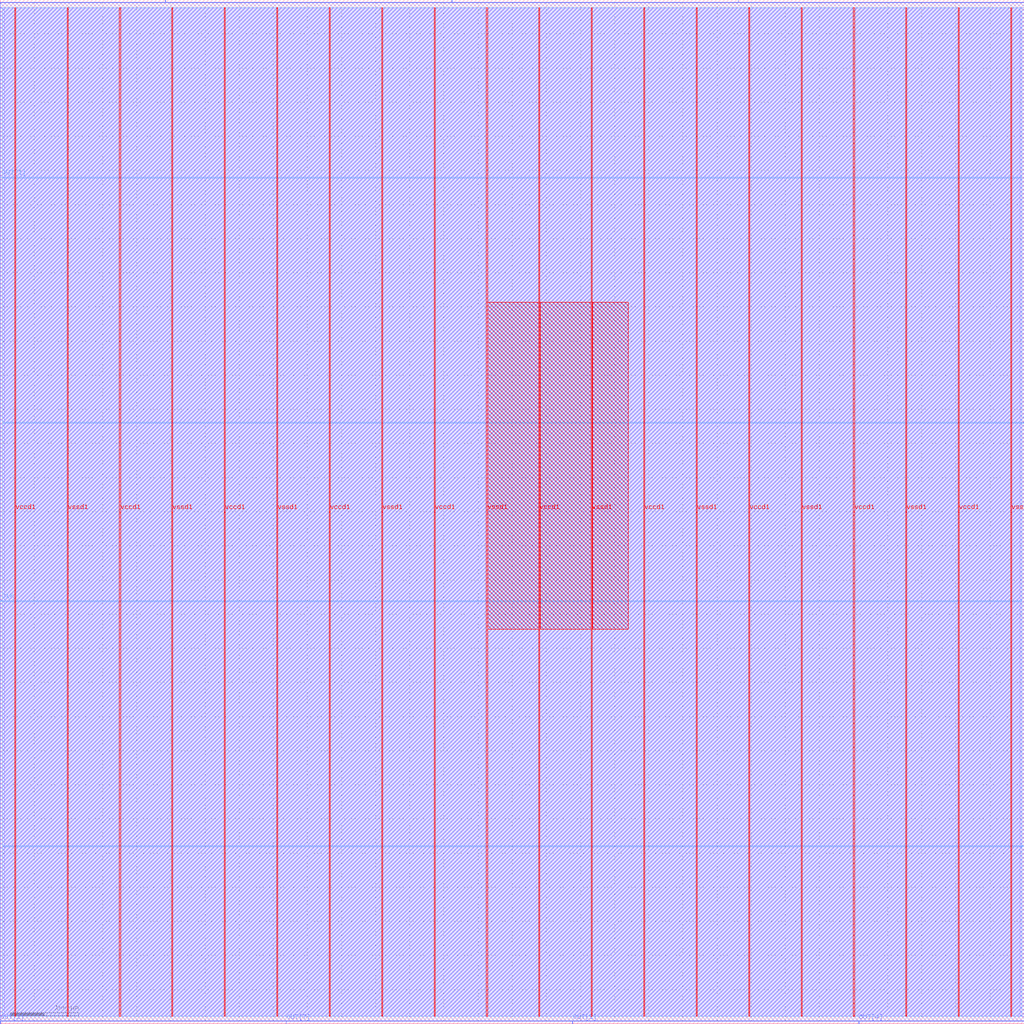
<source format=lef>
VERSION 5.7 ;
  NOWIREEXTENSIONATPIN ON ;
  DIVIDERCHAR "/" ;
  BUSBITCHARS "[]" ;
MACRO user_proj_example
  CLASS BLOCK ;
  FOREIGN user_proj_example ;
  ORIGIN 0.000 0.000 ;
  SIZE 1500.000 BY 1500.000 ;
  PIN CLK
    DIRECTION INPUT ;
    USE SIGNAL ;
    PORT
      LAYER met3 ;
        RECT 0.000 618.840 4.000 619.440 ;
    END
  END CLK
  PIN OUT[0]
    DIRECTION OUTPUT TRISTATE ;
    USE SIGNAL ;
    PORT
      LAYER met2 ;
        RECT 1499.690 1496.000 1499.970 1500.000 ;
    END
  END OUT[0]
  PIN OUT[1]
    DIRECTION OUTPUT TRISTATE ;
    USE SIGNAL ;
    PORT
      LAYER met3 ;
        RECT 0.000 1239.000 4.000 1239.600 ;
    END
  END OUT[1]
  PIN OUT[2]
    DIRECTION OUTPUT TRISTATE ;
    USE SIGNAL ;
    PORT
      LAYER met2 ;
        RECT 0.090 0.000 0.370 4.000 ;
    END
  END OUT[2]
  PIN OUT[3]
    DIRECTION OUTPUT TRISTATE ;
    USE SIGNAL ;
    PORT
      LAYER met2 ;
        RECT 838.210 0.000 838.490 4.000 ;
    END
  END OUT[3]
  PIN OUT[4]
    DIRECTION OUTPUT TRISTATE ;
    USE SIGNAL ;
    PORT
      LAYER met2 ;
        RECT 1257.730 0.000 1258.010 4.000 ;
    END
  END OUT[4]
  PIN OUT[5]
    DIRECTION OUTPUT TRISTATE ;
    USE SIGNAL ;
    PORT
      LAYER met2 ;
        RECT 1081.090 1496.000 1081.370 1500.000 ;
    END
  END OUT[5]
  PIN OUT[6]
    DIRECTION OUTPUT TRISTATE ;
    USE SIGNAL ;
    PORT
      LAYER met3 ;
        RECT 1496.000 879.960 1500.000 880.560 ;
    END
  END OUT[6]
  PIN OUT[7]
    DIRECTION OUTPUT TRISTATE ;
    USE SIGNAL ;
    PORT
      LAYER met2 ;
        RECT 418.690 0.000 418.970 4.000 ;
    END
  END OUT[7]
  PIN OUT[8]
    DIRECTION OUTPUT TRISTATE ;
    USE SIGNAL ;
    PORT
      LAYER met2 ;
        RECT 242.050 1496.000 242.330 1500.000 ;
    END
  END OUT[8]
  PIN OUT[9]
    DIRECTION OUTPUT TRISTATE ;
    USE SIGNAL ;
    PORT
      LAYER met2 ;
        RECT 661.570 1496.000 661.850 1500.000 ;
    END
  END OUT[9]
  PIN reset
    DIRECTION INPUT ;
    USE SIGNAL ;
    PORT
      LAYER met3 ;
        RECT 1496.000 259.800 1500.000 260.400 ;
    END
  END reset
  PIN vccd1
    DIRECTION INPUT ;
    USE POWER ;
    PORT
      LAYER met4 ;
        RECT 21.040 10.640 22.640 1488.080 ;
    END
    PORT
      LAYER met4 ;
        RECT 174.640 10.640 176.240 1488.080 ;
    END
    PORT
      LAYER met4 ;
        RECT 328.240 10.640 329.840 1488.080 ;
    END
    PORT
      LAYER met4 ;
        RECT 481.840 10.640 483.440 1488.080 ;
    END
    PORT
      LAYER met4 ;
        RECT 635.440 10.640 637.040 1488.080 ;
    END
    PORT
      LAYER met4 ;
        RECT 789.040 10.640 790.640 1488.080 ;
    END
    PORT
      LAYER met4 ;
        RECT 942.640 10.640 944.240 1488.080 ;
    END
    PORT
      LAYER met4 ;
        RECT 1096.240 10.640 1097.840 1488.080 ;
    END
    PORT
      LAYER met4 ;
        RECT 1249.840 10.640 1251.440 1488.080 ;
    END
    PORT
      LAYER met4 ;
        RECT 1403.440 10.640 1405.040 1488.080 ;
    END
  END vccd1
  PIN vssd1
    DIRECTION INPUT ;
    USE GROUND ;
    PORT
      LAYER met4 ;
        RECT 97.840 10.640 99.440 1488.080 ;
    END
    PORT
      LAYER met4 ;
        RECT 251.440 10.640 253.040 1488.080 ;
    END
    PORT
      LAYER met4 ;
        RECT 405.040 10.640 406.640 1488.080 ;
    END
    PORT
      LAYER met4 ;
        RECT 558.640 10.640 560.240 1488.080 ;
    END
    PORT
      LAYER met4 ;
        RECT 712.240 10.640 713.840 1488.080 ;
    END
    PORT
      LAYER met4 ;
        RECT 865.840 10.640 867.440 1488.080 ;
    END
    PORT
      LAYER met4 ;
        RECT 1019.440 10.640 1021.040 1488.080 ;
    END
    PORT
      LAYER met4 ;
        RECT 1173.040 10.640 1174.640 1488.080 ;
    END
    PORT
      LAYER met4 ;
        RECT 1326.640 10.640 1328.240 1488.080 ;
    END
    PORT
      LAYER met4 ;
        RECT 1480.240 10.640 1481.840 1488.080 ;
    END
  END vssd1
  OBS
      LAYER li1 ;
        RECT 5.520 10.795 1494.080 1487.925 ;
      LAYER met1 ;
        RECT 0.070 10.640 1499.990 1488.080 ;
      LAYER met2 ;
        RECT 0.100 1495.720 241.770 1496.000 ;
        RECT 242.610 1495.720 661.290 1496.000 ;
        RECT 662.130 1495.720 1080.810 1496.000 ;
        RECT 1081.650 1495.720 1499.410 1496.000 ;
        RECT 0.100 4.280 1499.960 1495.720 ;
        RECT 0.650 4.000 418.410 4.280 ;
        RECT 419.250 4.000 837.930 4.280 ;
        RECT 838.770 4.000 1257.450 4.280 ;
        RECT 1258.290 4.000 1499.960 4.280 ;
      LAYER met3 ;
        RECT 4.000 1240.000 1496.000 1488.005 ;
        RECT 4.400 1238.600 1496.000 1240.000 ;
        RECT 4.000 880.960 1496.000 1238.600 ;
        RECT 4.000 879.560 1495.600 880.960 ;
        RECT 4.000 619.840 1496.000 879.560 ;
        RECT 4.400 618.440 1496.000 619.840 ;
        RECT 4.000 260.800 1496.000 618.440 ;
        RECT 4.000 259.400 1495.600 260.800 ;
        RECT 4.000 10.715 1496.000 259.400 ;
      LAYER met4 ;
        RECT 714.240 578.175 788.640 1056.545 ;
        RECT 791.040 578.175 865.440 1056.545 ;
        RECT 867.840 578.175 919.705 1056.545 ;
  END
END user_proj_example
END LIBRARY


</source>
